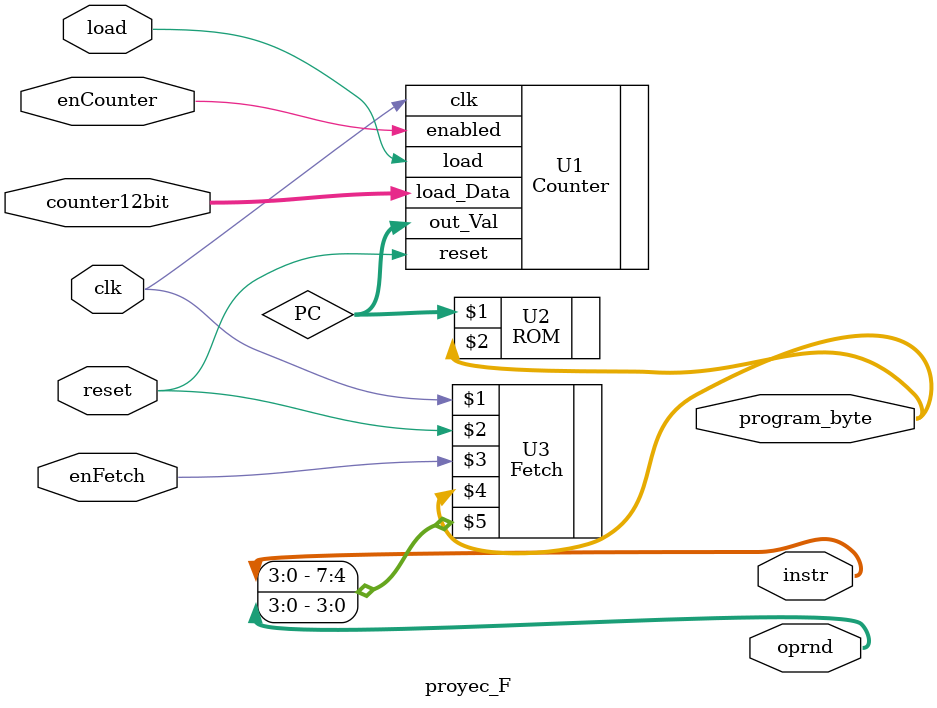
<source format=v>


module proyec_F (input clk, reset, enCounter, enFetch, load,
            input [11:0] counter12bit,
            output [3:0] instr, oprnd,
            output [7:0] program_byte);


    wire [11:0] PC;

    // puertos de 'counter' -> input clk, reset, enabled, load, input [11:0] loadData, output reg [11:0] outValue
    Counter U1(.clk(clk), .reset(reset), .enabled(enCounter), .load(load), .load_Data(counter12bit), .out_Val(PC));
    // puertos de 'ROM' -> input [11:0] address, output [7:0] data
    ROM U2 (PC, program_byte);
    // puertos de 'FF_D' -> input clk, reset, enabled, input [7:0] D, output reg [7:0] Q
    Fetch U3 (clk, reset, enFetch, program_byte, {instr, oprnd});

endmodule //proyec_F

</source>
